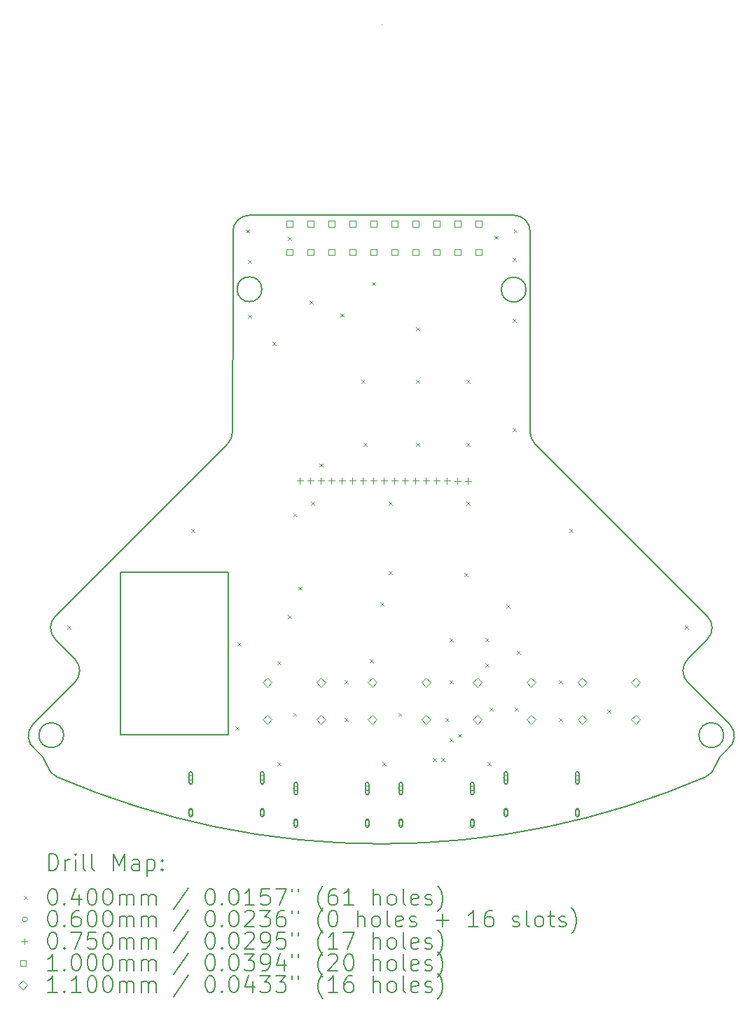
<source format=gbr>
%FSLAX45Y45*%
G04 Gerber Fmt 4.5, Leading zero omitted, Abs format (unit mm)*
G04 Created by KiCad (PCBNEW (6.0.5)) date 2023-02-26 14:45:46*
%MOMM*%
%LPD*%
G01*
G04 APERTURE LIST*
%TA.AperFunction,Profile*%
%ADD10C,0.200000*%
%TD*%
%TA.AperFunction,Profile*%
%ADD11C,0.100050*%
%TD*%
%ADD12C,0.200000*%
%ADD13C,0.040000*%
%ADD14C,0.060000*%
%ADD15C,0.075000*%
%ADD16C,0.100000*%
%ADD17C,0.110000*%
G04 APERTURE END LIST*
D10*
X11501680Y-13265660D02*
X10996756Y-13770585D01*
X11172749Y-14283015D02*
G75*
G03*
X11022304Y-14075020I-382189J-118035D01*
G01*
X19391536Y-14075020D02*
G75*
G03*
X19241093Y-14283015I231764J-326040D01*
G01*
X15215322Y-7617792D02*
X13612255Y-7617792D01*
X13356920Y-13217780D02*
X13356920Y-13897780D01*
X13412255Y-7817792D02*
X13412255Y-8512747D01*
X17006918Y-7817792D02*
G75*
G03*
X16806920Y-7617792I-199998J2D01*
G01*
X11172746Y-14283015D02*
G75*
G03*
X11284602Y-14407633I191094J59016D01*
G01*
X11265854Y-12464149D02*
G75*
G03*
X11265856Y-12746993I141426J-141421D01*
G01*
X19148117Y-12464018D02*
X17065499Y-10381400D01*
X13762255Y-8513307D02*
G75*
G03*
X13762255Y-8513307I-150000J0D01*
G01*
X16806920Y-7617792D02*
X15215322Y-7617792D01*
X19148117Y-12746861D02*
G75*
G03*
X19148117Y-12464018I-141427J141421D01*
G01*
X13348839Y-10381167D02*
X11265856Y-12464150D01*
X11366830Y-13904064D02*
G75*
G03*
X11366830Y-13904064I-150000J0D01*
G01*
D11*
X15211922Y-5317780D02*
G75*
G03*
X15211922Y-5317780I-5003J0D01*
G01*
D10*
X10996760Y-13770589D02*
G75*
G03*
X11022304Y-14075020I141420J-141421D01*
G01*
X18912161Y-12982819D02*
G75*
G03*
X18912160Y-13265660I141419J-141421D01*
G01*
X11265856Y-12746993D02*
X11501680Y-12982817D01*
X17006920Y-10239979D02*
X17006920Y-8517788D01*
X12056920Y-11937780D02*
X13356920Y-11937780D01*
X13356920Y-11937780D02*
X13356920Y-13217780D01*
X12056920Y-13897780D02*
X12056920Y-11937780D01*
X13612255Y-7617785D02*
G75*
G03*
X13412255Y-7817792I5J-200005D01*
G01*
X11501682Y-13265661D02*
G75*
G03*
X11501680Y-12982817I-141422J141421D01*
G01*
X13412255Y-8512747D02*
X13407417Y-10240306D01*
X11284602Y-14407633D02*
G75*
G03*
X19129238Y-14407633I3922318J9089854D01*
G01*
X19347010Y-13904064D02*
G75*
G03*
X19347010Y-13904064I-150000J0D01*
G01*
X19391540Y-14075025D02*
G75*
G03*
X19417085Y-13770585I-115880J163015D01*
G01*
X16956920Y-8517788D02*
G75*
G03*
X16956920Y-8517788I-150000J0D01*
G01*
X18912160Y-12982817D02*
X19148117Y-12746860D01*
X19417085Y-13770585D02*
X18912160Y-13265660D01*
X13348841Y-10381169D02*
G75*
G03*
X13407417Y-10240306I-141421J141419D01*
G01*
X17006924Y-10239979D02*
G75*
G03*
X17065499Y-10381400I200006J-2D01*
G01*
X13356920Y-13897780D02*
X12056920Y-13897780D01*
X17006920Y-8517788D02*
X17006920Y-7817792D01*
X19129238Y-14407633D02*
G75*
G03*
X19241093Y-14283015I-79238J183633D01*
G01*
D12*
D13*
X11410000Y-12578400D02*
X11450000Y-12618400D01*
X11450000Y-12578400D02*
X11410000Y-12618400D01*
X12908600Y-11410000D02*
X12948600Y-11450000D01*
X12948600Y-11410000D02*
X12908600Y-11450000D01*
X13442000Y-13797600D02*
X13482000Y-13837600D01*
X13482000Y-13797600D02*
X13442000Y-13837600D01*
X13467400Y-12781600D02*
X13507400Y-12821600D01*
X13507400Y-12781600D02*
X13467400Y-12821600D01*
X13569000Y-7790500D02*
X13609000Y-7830500D01*
X13609000Y-7790500D02*
X13569000Y-7830500D01*
X13594400Y-8158800D02*
X13634400Y-8198800D01*
X13634400Y-8158800D02*
X13594400Y-8198800D01*
X13594400Y-8819200D02*
X13634400Y-8859200D01*
X13634400Y-8819200D02*
X13594400Y-8859200D01*
X13891639Y-9147441D02*
X13931639Y-9187441D01*
X13931639Y-9147441D02*
X13891639Y-9187441D01*
X13950000Y-13010200D02*
X13990000Y-13050200D01*
X13990000Y-13010200D02*
X13950000Y-13050200D01*
X13950000Y-14229400D02*
X13990000Y-14269400D01*
X13990000Y-14229400D02*
X13950000Y-14269400D01*
X14077000Y-7879400D02*
X14117000Y-7919400D01*
X14117000Y-7879400D02*
X14077000Y-7919400D01*
X14077000Y-12451400D02*
X14117000Y-12491400D01*
X14117000Y-12451400D02*
X14077000Y-12491400D01*
X14140500Y-11219500D02*
X14180500Y-11259500D01*
X14180500Y-11219500D02*
X14140500Y-11259500D01*
X14140500Y-13632500D02*
X14180500Y-13672500D01*
X14180500Y-13632500D02*
X14140500Y-13672500D01*
X14204000Y-12108500D02*
X14244000Y-12148500D01*
X14244000Y-12108500D02*
X14204000Y-12148500D01*
X14339800Y-8650200D02*
X14379800Y-8690200D01*
X14379800Y-8650200D02*
X14339800Y-8690200D01*
X14356400Y-11079800D02*
X14396400Y-11119800D01*
X14396400Y-11079800D02*
X14356400Y-11119800D01*
X14458000Y-10618650D02*
X14498000Y-10658650D01*
X14498000Y-10618650D02*
X14458000Y-10658650D01*
X14712000Y-8806500D02*
X14752000Y-8846500D01*
X14752000Y-8806500D02*
X14712000Y-8846500D01*
X14762800Y-13238800D02*
X14802800Y-13278800D01*
X14802800Y-13238800D02*
X14762800Y-13278800D01*
X14762800Y-13696000D02*
X14802800Y-13736000D01*
X14802800Y-13696000D02*
X14762800Y-13736000D01*
X14966000Y-9606600D02*
X15006000Y-9646600D01*
X15006000Y-9606600D02*
X14966000Y-9646600D01*
X14991400Y-10368600D02*
X15031400Y-10408600D01*
X15031400Y-10368600D02*
X14991400Y-10408600D01*
X15067600Y-12984800D02*
X15107600Y-13024800D01*
X15107600Y-12984800D02*
X15067600Y-13024800D01*
X15093000Y-8425500D02*
X15133000Y-8465500D01*
X15133000Y-8425500D02*
X15093000Y-8465500D01*
X15194600Y-12299000D02*
X15234600Y-12339000D01*
X15234600Y-12299000D02*
X15194600Y-12339000D01*
X15220000Y-14229400D02*
X15260000Y-14269400D01*
X15260000Y-14229400D02*
X15220000Y-14269400D01*
X15296200Y-11079800D02*
X15336200Y-11119800D01*
X15336200Y-11079800D02*
X15296200Y-11119800D01*
X15296200Y-11918000D02*
X15336200Y-11958000D01*
X15336200Y-11918000D02*
X15296200Y-11958000D01*
X15410500Y-13632500D02*
X15450500Y-13672500D01*
X15450500Y-13632500D02*
X15410500Y-13672500D01*
X15626400Y-8971600D02*
X15666400Y-9011600D01*
X15666400Y-8971600D02*
X15626400Y-9011600D01*
X15626400Y-9606600D02*
X15666400Y-9646600D01*
X15666400Y-9606600D02*
X15626400Y-9646600D01*
X15626400Y-10368600D02*
X15666400Y-10408600D01*
X15666400Y-10368600D02*
X15626400Y-10408600D01*
X15829600Y-14178600D02*
X15869600Y-14218600D01*
X15869600Y-14178600D02*
X15829600Y-14218600D01*
X15931200Y-14178600D02*
X15971200Y-14218600D01*
X15971200Y-14178600D02*
X15931200Y-14218600D01*
X15982000Y-13696000D02*
X16022000Y-13736000D01*
X16022000Y-13696000D02*
X15982000Y-13736000D01*
X16032800Y-12730800D02*
X16072800Y-12770800D01*
X16072800Y-12730800D02*
X16032800Y-12770800D01*
X16032800Y-13238800D02*
X16072800Y-13278800D01*
X16072800Y-13238800D02*
X16032800Y-13278800D01*
X16032800Y-13941698D02*
X16072800Y-13981698D01*
X16072800Y-13941698D02*
X16032800Y-13981698D01*
X16134400Y-13887049D02*
X16174400Y-13927049D01*
X16174400Y-13887049D02*
X16134400Y-13927049D01*
X16210600Y-11943400D02*
X16250600Y-11983400D01*
X16250600Y-11943400D02*
X16210600Y-11983400D01*
X16236000Y-9606600D02*
X16276000Y-9646600D01*
X16276000Y-9606600D02*
X16236000Y-9646600D01*
X16236000Y-10368600D02*
X16276000Y-10408600D01*
X16276000Y-10368600D02*
X16236000Y-10408600D01*
X16236000Y-11079800D02*
X16276000Y-11119800D01*
X16276000Y-11079800D02*
X16236000Y-11119800D01*
X16464600Y-12730800D02*
X16504600Y-12770800D01*
X16504600Y-12730800D02*
X16464600Y-12770800D01*
X16464600Y-13035600D02*
X16504600Y-13075600D01*
X16504600Y-13035600D02*
X16464600Y-13075600D01*
X16490000Y-14229400D02*
X16530000Y-14269400D01*
X16530000Y-14229400D02*
X16490000Y-14269400D01*
X16515400Y-13569000D02*
X16555400Y-13609000D01*
X16555400Y-13569000D02*
X16515400Y-13609000D01*
X16577562Y-7868038D02*
X16617562Y-7908038D01*
X16617562Y-7868038D02*
X16577562Y-7908038D01*
X16718600Y-12324400D02*
X16758600Y-12364400D01*
X16758600Y-12324400D02*
X16718600Y-12364400D01*
X16794800Y-8133400D02*
X16834800Y-8173400D01*
X16834800Y-8133400D02*
X16794800Y-8173400D01*
X16794800Y-8870000D02*
X16834800Y-8910000D01*
X16834800Y-8870000D02*
X16794800Y-8910000D01*
X16794800Y-10190800D02*
X16834800Y-10230800D01*
X16834800Y-10190800D02*
X16794800Y-10230800D01*
X16807500Y-7790500D02*
X16847500Y-7830500D01*
X16847500Y-7790500D02*
X16807500Y-7830500D01*
X16820200Y-13569000D02*
X16860200Y-13609000D01*
X16860200Y-13569000D02*
X16820200Y-13609000D01*
X16845600Y-12883200D02*
X16885600Y-12923200D01*
X16885600Y-12883200D02*
X16845600Y-12923200D01*
X17353600Y-13238800D02*
X17393600Y-13278800D01*
X17393600Y-13238800D02*
X17353600Y-13278800D01*
X17353600Y-13696000D02*
X17393600Y-13736000D01*
X17393600Y-13696000D02*
X17353600Y-13736000D01*
X17480600Y-11410000D02*
X17520600Y-11450000D01*
X17520600Y-11410000D02*
X17480600Y-11450000D01*
X17937800Y-13594400D02*
X17977800Y-13634400D01*
X17977800Y-13594400D02*
X17937800Y-13634400D01*
X18877600Y-12578400D02*
X18917600Y-12618400D01*
X18917600Y-12578400D02*
X18877600Y-12618400D01*
D14*
X12933000Y-14421500D02*
G75*
G03*
X12933000Y-14421500I-30000J0D01*
G01*
D12*
X12883000Y-14366500D02*
X12883000Y-14476500D01*
X12923000Y-14366500D02*
X12923000Y-14476500D01*
X12883000Y-14476500D02*
G75*
G03*
X12923000Y-14476500I20000J0D01*
G01*
X12923000Y-14366500D02*
G75*
G03*
X12883000Y-14366500I-20000J0D01*
G01*
D14*
X12933000Y-14839500D02*
G75*
G03*
X12933000Y-14839500I-30000J0D01*
G01*
D12*
X12883000Y-14809500D02*
X12883000Y-14869500D01*
X12923000Y-14809500D02*
X12923000Y-14869500D01*
X12883000Y-14869500D02*
G75*
G03*
X12923000Y-14869500I20000J0D01*
G01*
X12923000Y-14809500D02*
G75*
G03*
X12883000Y-14809500I-20000J0D01*
G01*
D14*
X13797000Y-14421500D02*
G75*
G03*
X13797000Y-14421500I-30000J0D01*
G01*
D12*
X13747000Y-14366500D02*
X13747000Y-14476500D01*
X13787000Y-14366500D02*
X13787000Y-14476500D01*
X13747000Y-14476500D02*
G75*
G03*
X13787000Y-14476500I20000J0D01*
G01*
X13787000Y-14366500D02*
G75*
G03*
X13747000Y-14366500I-20000J0D01*
G01*
D14*
X13797000Y-14839500D02*
G75*
G03*
X13797000Y-14839500I-30000J0D01*
G01*
D12*
X13747000Y-14809500D02*
X13747000Y-14869500D01*
X13787000Y-14809500D02*
X13787000Y-14869500D01*
X13747000Y-14869500D02*
G75*
G03*
X13787000Y-14869500I20000J0D01*
G01*
X13787000Y-14809500D02*
G75*
G03*
X13747000Y-14809500I-20000J0D01*
G01*
D14*
X14203000Y-14548500D02*
G75*
G03*
X14203000Y-14548500I-30000J0D01*
G01*
D12*
X14153000Y-14493500D02*
X14153000Y-14603500D01*
X14193000Y-14493500D02*
X14193000Y-14603500D01*
X14153000Y-14603500D02*
G75*
G03*
X14193000Y-14603500I20000J0D01*
G01*
X14193000Y-14493500D02*
G75*
G03*
X14153000Y-14493500I-20000J0D01*
G01*
D14*
X14203000Y-14966500D02*
G75*
G03*
X14203000Y-14966500I-30000J0D01*
G01*
D12*
X14153000Y-14936500D02*
X14153000Y-14996500D01*
X14193000Y-14936500D02*
X14193000Y-14996500D01*
X14153000Y-14996500D02*
G75*
G03*
X14193000Y-14996500I20000J0D01*
G01*
X14193000Y-14936500D02*
G75*
G03*
X14153000Y-14936500I-20000J0D01*
G01*
D14*
X15067000Y-14548500D02*
G75*
G03*
X15067000Y-14548500I-30000J0D01*
G01*
D12*
X15017000Y-14493500D02*
X15017000Y-14603500D01*
X15057000Y-14493500D02*
X15057000Y-14603500D01*
X15017000Y-14603500D02*
G75*
G03*
X15057000Y-14603500I20000J0D01*
G01*
X15057000Y-14493500D02*
G75*
G03*
X15017000Y-14493500I-20000J0D01*
G01*
D14*
X15067000Y-14966500D02*
G75*
G03*
X15067000Y-14966500I-30000J0D01*
G01*
D12*
X15017000Y-14936500D02*
X15017000Y-14996500D01*
X15057000Y-14936500D02*
X15057000Y-14996500D01*
X15017000Y-14996500D02*
G75*
G03*
X15057000Y-14996500I20000J0D01*
G01*
X15057000Y-14936500D02*
G75*
G03*
X15017000Y-14936500I-20000J0D01*
G01*
D14*
X15473000Y-14548500D02*
G75*
G03*
X15473000Y-14548500I-30000J0D01*
G01*
D12*
X15423000Y-14493500D02*
X15423000Y-14603500D01*
X15463000Y-14493500D02*
X15463000Y-14603500D01*
X15423000Y-14603500D02*
G75*
G03*
X15463000Y-14603500I20000J0D01*
G01*
X15463000Y-14493500D02*
G75*
G03*
X15423000Y-14493500I-20000J0D01*
G01*
D14*
X15473000Y-14966500D02*
G75*
G03*
X15473000Y-14966500I-30000J0D01*
G01*
D12*
X15423000Y-14936500D02*
X15423000Y-14996500D01*
X15463000Y-14936500D02*
X15463000Y-14996500D01*
X15423000Y-14996500D02*
G75*
G03*
X15463000Y-14996500I20000J0D01*
G01*
X15463000Y-14936500D02*
G75*
G03*
X15423000Y-14936500I-20000J0D01*
G01*
D14*
X16337000Y-14548500D02*
G75*
G03*
X16337000Y-14548500I-30000J0D01*
G01*
D12*
X16287000Y-14493500D02*
X16287000Y-14603500D01*
X16327000Y-14493500D02*
X16327000Y-14603500D01*
X16287000Y-14603500D02*
G75*
G03*
X16327000Y-14603500I20000J0D01*
G01*
X16327000Y-14493500D02*
G75*
G03*
X16287000Y-14493500I-20000J0D01*
G01*
D14*
X16337000Y-14966500D02*
G75*
G03*
X16337000Y-14966500I-30000J0D01*
G01*
D12*
X16287000Y-14936500D02*
X16287000Y-14996500D01*
X16327000Y-14936500D02*
X16327000Y-14996500D01*
X16287000Y-14996500D02*
G75*
G03*
X16327000Y-14996500I20000J0D01*
G01*
X16327000Y-14936500D02*
G75*
G03*
X16287000Y-14936500I-20000J0D01*
G01*
D14*
X16743000Y-14421500D02*
G75*
G03*
X16743000Y-14421500I-30000J0D01*
G01*
D12*
X16693000Y-14366500D02*
X16693000Y-14476500D01*
X16733000Y-14366500D02*
X16733000Y-14476500D01*
X16693000Y-14476500D02*
G75*
G03*
X16733000Y-14476500I20000J0D01*
G01*
X16733000Y-14366500D02*
G75*
G03*
X16693000Y-14366500I-20000J0D01*
G01*
D14*
X16743000Y-14839500D02*
G75*
G03*
X16743000Y-14839500I-30000J0D01*
G01*
D12*
X16693000Y-14809500D02*
X16693000Y-14869500D01*
X16733000Y-14809500D02*
X16733000Y-14869500D01*
X16693000Y-14869500D02*
G75*
G03*
X16733000Y-14869500I20000J0D01*
G01*
X16733000Y-14809500D02*
G75*
G03*
X16693000Y-14809500I-20000J0D01*
G01*
D14*
X17607000Y-14421500D02*
G75*
G03*
X17607000Y-14421500I-30000J0D01*
G01*
D12*
X17557000Y-14366500D02*
X17557000Y-14476500D01*
X17597000Y-14366500D02*
X17597000Y-14476500D01*
X17557000Y-14476500D02*
G75*
G03*
X17597000Y-14476500I20000J0D01*
G01*
X17597000Y-14366500D02*
G75*
G03*
X17557000Y-14366500I-20000J0D01*
G01*
D14*
X17607000Y-14839500D02*
G75*
G03*
X17607000Y-14839500I-30000J0D01*
G01*
D12*
X17557000Y-14809500D02*
X17557000Y-14869500D01*
X17597000Y-14809500D02*
X17597000Y-14869500D01*
X17557000Y-14869500D02*
G75*
G03*
X17597000Y-14869500I20000J0D01*
G01*
X17597000Y-14809500D02*
G75*
G03*
X17557000Y-14809500I-20000J0D01*
G01*
D15*
X14224000Y-10791000D02*
X14224000Y-10866000D01*
X14186500Y-10828500D02*
X14261500Y-10828500D01*
X14351000Y-10791000D02*
X14351000Y-10866000D01*
X14313500Y-10828500D02*
X14388500Y-10828500D01*
X14478000Y-10791000D02*
X14478000Y-10866000D01*
X14440500Y-10828500D02*
X14515500Y-10828500D01*
X14605000Y-10791000D02*
X14605000Y-10866000D01*
X14567500Y-10828500D02*
X14642500Y-10828500D01*
X14732000Y-10791000D02*
X14732000Y-10866000D01*
X14694500Y-10828500D02*
X14769500Y-10828500D01*
X14859000Y-10791000D02*
X14859000Y-10866000D01*
X14821500Y-10828500D02*
X14896500Y-10828500D01*
X14986000Y-10791000D02*
X14986000Y-10866000D01*
X14948500Y-10828500D02*
X15023500Y-10828500D01*
X15113000Y-10791000D02*
X15113000Y-10866000D01*
X15075500Y-10828500D02*
X15150500Y-10828500D01*
X15240000Y-10791000D02*
X15240000Y-10866000D01*
X15202500Y-10828500D02*
X15277500Y-10828500D01*
X15367000Y-10791000D02*
X15367000Y-10866000D01*
X15329500Y-10828500D02*
X15404500Y-10828500D01*
X15494000Y-10791000D02*
X15494000Y-10866000D01*
X15456500Y-10828500D02*
X15531500Y-10828500D01*
X15621000Y-10791000D02*
X15621000Y-10866000D01*
X15583500Y-10828500D02*
X15658500Y-10828500D01*
X15748000Y-10791000D02*
X15748000Y-10866000D01*
X15710500Y-10828500D02*
X15785500Y-10828500D01*
X15875000Y-10791000D02*
X15875000Y-10866000D01*
X15837500Y-10828500D02*
X15912500Y-10828500D01*
X16002000Y-10791000D02*
X16002000Y-10866000D01*
X15964500Y-10828500D02*
X16039500Y-10828500D01*
X16129000Y-10792000D02*
X16129000Y-10867000D01*
X16091500Y-10829500D02*
X16166500Y-10829500D01*
X16256000Y-10792000D02*
X16256000Y-10867000D01*
X16218500Y-10829500D02*
X16293500Y-10829500D01*
D16*
X14133356Y-7756956D02*
X14133356Y-7686244D01*
X14062644Y-7686244D01*
X14062644Y-7756956D01*
X14133356Y-7756956D01*
X14133856Y-8102396D02*
X14133856Y-8031684D01*
X14063144Y-8031684D01*
X14063144Y-8102396D01*
X14133856Y-8102396D01*
X14387356Y-7756956D02*
X14387356Y-7686244D01*
X14316644Y-7686244D01*
X14316644Y-7756956D01*
X14387356Y-7756956D01*
X14387856Y-8102396D02*
X14387856Y-8031684D01*
X14317144Y-8031684D01*
X14317144Y-8102396D01*
X14387856Y-8102396D01*
X14641356Y-7756956D02*
X14641356Y-7686244D01*
X14570644Y-7686244D01*
X14570644Y-7756956D01*
X14641356Y-7756956D01*
X14641856Y-8102396D02*
X14641856Y-8031684D01*
X14571144Y-8031684D01*
X14571144Y-8102396D01*
X14641856Y-8102396D01*
X14895356Y-7756956D02*
X14895356Y-7686244D01*
X14824644Y-7686244D01*
X14824644Y-7756956D01*
X14895356Y-7756956D01*
X14895856Y-8102396D02*
X14895856Y-8031684D01*
X14825144Y-8031684D01*
X14825144Y-8102396D01*
X14895856Y-8102396D01*
X15149356Y-7756956D02*
X15149356Y-7686244D01*
X15078644Y-7686244D01*
X15078644Y-7756956D01*
X15149356Y-7756956D01*
X15149856Y-8102396D02*
X15149856Y-8031684D01*
X15079144Y-8031684D01*
X15079144Y-8102396D01*
X15149856Y-8102396D01*
X15403356Y-7756956D02*
X15403356Y-7686244D01*
X15332644Y-7686244D01*
X15332644Y-7756956D01*
X15403356Y-7756956D01*
X15403856Y-8102396D02*
X15403856Y-8031684D01*
X15333144Y-8031684D01*
X15333144Y-8102396D01*
X15403856Y-8102396D01*
X15657356Y-7756956D02*
X15657356Y-7686244D01*
X15586644Y-7686244D01*
X15586644Y-7756956D01*
X15657356Y-7756956D01*
X15657856Y-8102396D02*
X15657856Y-8031684D01*
X15587144Y-8031684D01*
X15587144Y-8102396D01*
X15657856Y-8102396D01*
X15911356Y-7756956D02*
X15911356Y-7686244D01*
X15840644Y-7686244D01*
X15840644Y-7756956D01*
X15911356Y-7756956D01*
X15911856Y-8102396D02*
X15911856Y-8031684D01*
X15841144Y-8031684D01*
X15841144Y-8102396D01*
X15911856Y-8102396D01*
X16165356Y-7756956D02*
X16165356Y-7686244D01*
X16094644Y-7686244D01*
X16094644Y-7756956D01*
X16165356Y-7756956D01*
X16165856Y-8102396D02*
X16165856Y-8031684D01*
X16095144Y-8031684D01*
X16095144Y-8102396D01*
X16165856Y-8102396D01*
X16419356Y-7756956D02*
X16419356Y-7686244D01*
X16348644Y-7686244D01*
X16348644Y-7756956D01*
X16419356Y-7756956D01*
X16419856Y-8102396D02*
X16419856Y-8031684D01*
X16349144Y-8031684D01*
X16349144Y-8102396D01*
X16419856Y-8102396D01*
D17*
X13828000Y-13321000D02*
X13883000Y-13266000D01*
X13828000Y-13211000D01*
X13773000Y-13266000D01*
X13828000Y-13321000D01*
X13828000Y-13771000D02*
X13883000Y-13716000D01*
X13828000Y-13661000D01*
X13773000Y-13716000D01*
X13828000Y-13771000D01*
X14478000Y-13321000D02*
X14533000Y-13266000D01*
X14478000Y-13211000D01*
X14423000Y-13266000D01*
X14478000Y-13321000D01*
X14478000Y-13771000D02*
X14533000Y-13716000D01*
X14478000Y-13661000D01*
X14423000Y-13716000D01*
X14478000Y-13771000D01*
X15098000Y-13321000D02*
X15153000Y-13266000D01*
X15098000Y-13211000D01*
X15043000Y-13266000D01*
X15098000Y-13321000D01*
X15098000Y-13771000D02*
X15153000Y-13716000D01*
X15098000Y-13661000D01*
X15043000Y-13716000D01*
X15098000Y-13771000D01*
X15748000Y-13321000D02*
X15803000Y-13266000D01*
X15748000Y-13211000D01*
X15693000Y-13266000D01*
X15748000Y-13321000D01*
X15748000Y-13771000D02*
X15803000Y-13716000D01*
X15748000Y-13661000D01*
X15693000Y-13716000D01*
X15748000Y-13771000D01*
X16368000Y-13321000D02*
X16423000Y-13266000D01*
X16368000Y-13211000D01*
X16313000Y-13266000D01*
X16368000Y-13321000D01*
X16368000Y-13771000D02*
X16423000Y-13716000D01*
X16368000Y-13661000D01*
X16313000Y-13716000D01*
X16368000Y-13771000D01*
X17018000Y-13321000D02*
X17073000Y-13266000D01*
X17018000Y-13211000D01*
X16963000Y-13266000D01*
X17018000Y-13321000D01*
X17018000Y-13771000D02*
X17073000Y-13716000D01*
X17018000Y-13661000D01*
X16963000Y-13716000D01*
X17018000Y-13771000D01*
X17632800Y-13321000D02*
X17687800Y-13266000D01*
X17632800Y-13211000D01*
X17577800Y-13266000D01*
X17632800Y-13321000D01*
X17632800Y-13771000D02*
X17687800Y-13716000D01*
X17632800Y-13661000D01*
X17577800Y-13716000D01*
X17632800Y-13771000D01*
X18282800Y-13321000D02*
X18337800Y-13266000D01*
X18282800Y-13211000D01*
X18227800Y-13266000D01*
X18282800Y-13321000D01*
X18282800Y-13771000D02*
X18337800Y-13716000D01*
X18282800Y-13661000D01*
X18227800Y-13716000D01*
X18282800Y-13771000D01*
D12*
X11185800Y-15538256D02*
X11185800Y-15338256D01*
X11233419Y-15338256D01*
X11261990Y-15347780D01*
X11281038Y-15366828D01*
X11290562Y-15385875D01*
X11300086Y-15423970D01*
X11300086Y-15452542D01*
X11290562Y-15490637D01*
X11281038Y-15509685D01*
X11261990Y-15528732D01*
X11233419Y-15538256D01*
X11185800Y-15538256D01*
X11385800Y-15538256D02*
X11385800Y-15404923D01*
X11385800Y-15443018D02*
X11395324Y-15423970D01*
X11404848Y-15414447D01*
X11423895Y-15404923D01*
X11442943Y-15404923D01*
X11509609Y-15538256D02*
X11509609Y-15404923D01*
X11509609Y-15338256D02*
X11500086Y-15347780D01*
X11509609Y-15357304D01*
X11519133Y-15347780D01*
X11509609Y-15338256D01*
X11509609Y-15357304D01*
X11633419Y-15538256D02*
X11614371Y-15528732D01*
X11604848Y-15509685D01*
X11604848Y-15338256D01*
X11738181Y-15538256D02*
X11719133Y-15528732D01*
X11709609Y-15509685D01*
X11709609Y-15338256D01*
X11966752Y-15538256D02*
X11966752Y-15338256D01*
X12033419Y-15481113D01*
X12100086Y-15338256D01*
X12100086Y-15538256D01*
X12281038Y-15538256D02*
X12281038Y-15433494D01*
X12271514Y-15414447D01*
X12252467Y-15404923D01*
X12214371Y-15404923D01*
X12195324Y-15414447D01*
X12281038Y-15528732D02*
X12261990Y-15538256D01*
X12214371Y-15538256D01*
X12195324Y-15528732D01*
X12185800Y-15509685D01*
X12185800Y-15490637D01*
X12195324Y-15471589D01*
X12214371Y-15462066D01*
X12261990Y-15462066D01*
X12281038Y-15452542D01*
X12376276Y-15404923D02*
X12376276Y-15604923D01*
X12376276Y-15414447D02*
X12395324Y-15404923D01*
X12433419Y-15404923D01*
X12452467Y-15414447D01*
X12461990Y-15423970D01*
X12471514Y-15443018D01*
X12471514Y-15500161D01*
X12461990Y-15519208D01*
X12452467Y-15528732D01*
X12433419Y-15538256D01*
X12395324Y-15538256D01*
X12376276Y-15528732D01*
X12557229Y-15519208D02*
X12566752Y-15528732D01*
X12557229Y-15538256D01*
X12547705Y-15528732D01*
X12557229Y-15519208D01*
X12557229Y-15538256D01*
X12557229Y-15414447D02*
X12566752Y-15423970D01*
X12557229Y-15433494D01*
X12547705Y-15423970D01*
X12557229Y-15414447D01*
X12557229Y-15433494D01*
D13*
X10888181Y-15847780D02*
X10928181Y-15887780D01*
X10928181Y-15847780D02*
X10888181Y-15887780D01*
D12*
X11223895Y-15758256D02*
X11242943Y-15758256D01*
X11261990Y-15767780D01*
X11271514Y-15777304D01*
X11281038Y-15796351D01*
X11290562Y-15834447D01*
X11290562Y-15882066D01*
X11281038Y-15920161D01*
X11271514Y-15939208D01*
X11261990Y-15948732D01*
X11242943Y-15958256D01*
X11223895Y-15958256D01*
X11204848Y-15948732D01*
X11195324Y-15939208D01*
X11185800Y-15920161D01*
X11176276Y-15882066D01*
X11176276Y-15834447D01*
X11185800Y-15796351D01*
X11195324Y-15777304D01*
X11204848Y-15767780D01*
X11223895Y-15758256D01*
X11376276Y-15939208D02*
X11385800Y-15948732D01*
X11376276Y-15958256D01*
X11366752Y-15948732D01*
X11376276Y-15939208D01*
X11376276Y-15958256D01*
X11557229Y-15824923D02*
X11557229Y-15958256D01*
X11509609Y-15748732D02*
X11461990Y-15891589D01*
X11585800Y-15891589D01*
X11700086Y-15758256D02*
X11719133Y-15758256D01*
X11738181Y-15767780D01*
X11747705Y-15777304D01*
X11757229Y-15796351D01*
X11766752Y-15834447D01*
X11766752Y-15882066D01*
X11757229Y-15920161D01*
X11747705Y-15939208D01*
X11738181Y-15948732D01*
X11719133Y-15958256D01*
X11700086Y-15958256D01*
X11681038Y-15948732D01*
X11671514Y-15939208D01*
X11661990Y-15920161D01*
X11652467Y-15882066D01*
X11652467Y-15834447D01*
X11661990Y-15796351D01*
X11671514Y-15777304D01*
X11681038Y-15767780D01*
X11700086Y-15758256D01*
X11890562Y-15758256D02*
X11909609Y-15758256D01*
X11928657Y-15767780D01*
X11938181Y-15777304D01*
X11947705Y-15796351D01*
X11957229Y-15834447D01*
X11957229Y-15882066D01*
X11947705Y-15920161D01*
X11938181Y-15939208D01*
X11928657Y-15948732D01*
X11909609Y-15958256D01*
X11890562Y-15958256D01*
X11871514Y-15948732D01*
X11861990Y-15939208D01*
X11852467Y-15920161D01*
X11842943Y-15882066D01*
X11842943Y-15834447D01*
X11852467Y-15796351D01*
X11861990Y-15777304D01*
X11871514Y-15767780D01*
X11890562Y-15758256D01*
X12042943Y-15958256D02*
X12042943Y-15824923D01*
X12042943Y-15843970D02*
X12052467Y-15834447D01*
X12071514Y-15824923D01*
X12100086Y-15824923D01*
X12119133Y-15834447D01*
X12128657Y-15853494D01*
X12128657Y-15958256D01*
X12128657Y-15853494D02*
X12138181Y-15834447D01*
X12157229Y-15824923D01*
X12185800Y-15824923D01*
X12204848Y-15834447D01*
X12214371Y-15853494D01*
X12214371Y-15958256D01*
X12309609Y-15958256D02*
X12309609Y-15824923D01*
X12309609Y-15843970D02*
X12319133Y-15834447D01*
X12338181Y-15824923D01*
X12366752Y-15824923D01*
X12385800Y-15834447D01*
X12395324Y-15853494D01*
X12395324Y-15958256D01*
X12395324Y-15853494D02*
X12404848Y-15834447D01*
X12423895Y-15824923D01*
X12452467Y-15824923D01*
X12471514Y-15834447D01*
X12481038Y-15853494D01*
X12481038Y-15958256D01*
X12871514Y-15748732D02*
X12700086Y-16005875D01*
X13128657Y-15758256D02*
X13147705Y-15758256D01*
X13166752Y-15767780D01*
X13176276Y-15777304D01*
X13185800Y-15796351D01*
X13195324Y-15834447D01*
X13195324Y-15882066D01*
X13185800Y-15920161D01*
X13176276Y-15939208D01*
X13166752Y-15948732D01*
X13147705Y-15958256D01*
X13128657Y-15958256D01*
X13109609Y-15948732D01*
X13100086Y-15939208D01*
X13090562Y-15920161D01*
X13081038Y-15882066D01*
X13081038Y-15834447D01*
X13090562Y-15796351D01*
X13100086Y-15777304D01*
X13109609Y-15767780D01*
X13128657Y-15758256D01*
X13281038Y-15939208D02*
X13290562Y-15948732D01*
X13281038Y-15958256D01*
X13271514Y-15948732D01*
X13281038Y-15939208D01*
X13281038Y-15958256D01*
X13414371Y-15758256D02*
X13433419Y-15758256D01*
X13452467Y-15767780D01*
X13461990Y-15777304D01*
X13471514Y-15796351D01*
X13481038Y-15834447D01*
X13481038Y-15882066D01*
X13471514Y-15920161D01*
X13461990Y-15939208D01*
X13452467Y-15948732D01*
X13433419Y-15958256D01*
X13414371Y-15958256D01*
X13395324Y-15948732D01*
X13385800Y-15939208D01*
X13376276Y-15920161D01*
X13366752Y-15882066D01*
X13366752Y-15834447D01*
X13376276Y-15796351D01*
X13385800Y-15777304D01*
X13395324Y-15767780D01*
X13414371Y-15758256D01*
X13671514Y-15958256D02*
X13557229Y-15958256D01*
X13614371Y-15958256D02*
X13614371Y-15758256D01*
X13595324Y-15786828D01*
X13576276Y-15805875D01*
X13557229Y-15815399D01*
X13852467Y-15758256D02*
X13757229Y-15758256D01*
X13747705Y-15853494D01*
X13757229Y-15843970D01*
X13776276Y-15834447D01*
X13823895Y-15834447D01*
X13842943Y-15843970D01*
X13852467Y-15853494D01*
X13861990Y-15872542D01*
X13861990Y-15920161D01*
X13852467Y-15939208D01*
X13842943Y-15948732D01*
X13823895Y-15958256D01*
X13776276Y-15958256D01*
X13757229Y-15948732D01*
X13747705Y-15939208D01*
X13928657Y-15758256D02*
X14061990Y-15758256D01*
X13976276Y-15958256D01*
X14128657Y-15758256D02*
X14128657Y-15796351D01*
X14204848Y-15758256D02*
X14204848Y-15796351D01*
X14500086Y-16034447D02*
X14490562Y-16024923D01*
X14471514Y-15996351D01*
X14461990Y-15977304D01*
X14452467Y-15948732D01*
X14442943Y-15901113D01*
X14442943Y-15863018D01*
X14452467Y-15815399D01*
X14461990Y-15786828D01*
X14471514Y-15767780D01*
X14490562Y-15739208D01*
X14500086Y-15729685D01*
X14661990Y-15758256D02*
X14623895Y-15758256D01*
X14604848Y-15767780D01*
X14595324Y-15777304D01*
X14576276Y-15805875D01*
X14566752Y-15843970D01*
X14566752Y-15920161D01*
X14576276Y-15939208D01*
X14585800Y-15948732D01*
X14604848Y-15958256D01*
X14642943Y-15958256D01*
X14661990Y-15948732D01*
X14671514Y-15939208D01*
X14681038Y-15920161D01*
X14681038Y-15872542D01*
X14671514Y-15853494D01*
X14661990Y-15843970D01*
X14642943Y-15834447D01*
X14604848Y-15834447D01*
X14585800Y-15843970D01*
X14576276Y-15853494D01*
X14566752Y-15872542D01*
X14871514Y-15958256D02*
X14757229Y-15958256D01*
X14814371Y-15958256D02*
X14814371Y-15758256D01*
X14795324Y-15786828D01*
X14776276Y-15805875D01*
X14757229Y-15815399D01*
X15109609Y-15958256D02*
X15109609Y-15758256D01*
X15195324Y-15958256D02*
X15195324Y-15853494D01*
X15185800Y-15834447D01*
X15166752Y-15824923D01*
X15138181Y-15824923D01*
X15119133Y-15834447D01*
X15109609Y-15843970D01*
X15319133Y-15958256D02*
X15300086Y-15948732D01*
X15290562Y-15939208D01*
X15281038Y-15920161D01*
X15281038Y-15863018D01*
X15290562Y-15843970D01*
X15300086Y-15834447D01*
X15319133Y-15824923D01*
X15347705Y-15824923D01*
X15366752Y-15834447D01*
X15376276Y-15843970D01*
X15385800Y-15863018D01*
X15385800Y-15920161D01*
X15376276Y-15939208D01*
X15366752Y-15948732D01*
X15347705Y-15958256D01*
X15319133Y-15958256D01*
X15500086Y-15958256D02*
X15481038Y-15948732D01*
X15471514Y-15929685D01*
X15471514Y-15758256D01*
X15652467Y-15948732D02*
X15633419Y-15958256D01*
X15595324Y-15958256D01*
X15576276Y-15948732D01*
X15566752Y-15929685D01*
X15566752Y-15853494D01*
X15576276Y-15834447D01*
X15595324Y-15824923D01*
X15633419Y-15824923D01*
X15652467Y-15834447D01*
X15661990Y-15853494D01*
X15661990Y-15872542D01*
X15566752Y-15891589D01*
X15738181Y-15948732D02*
X15757229Y-15958256D01*
X15795324Y-15958256D01*
X15814371Y-15948732D01*
X15823895Y-15929685D01*
X15823895Y-15920161D01*
X15814371Y-15901113D01*
X15795324Y-15891589D01*
X15766752Y-15891589D01*
X15747705Y-15882066D01*
X15738181Y-15863018D01*
X15738181Y-15853494D01*
X15747705Y-15834447D01*
X15766752Y-15824923D01*
X15795324Y-15824923D01*
X15814371Y-15834447D01*
X15890562Y-16034447D02*
X15900086Y-16024923D01*
X15919133Y-15996351D01*
X15928657Y-15977304D01*
X15938181Y-15948732D01*
X15947705Y-15901113D01*
X15947705Y-15863018D01*
X15938181Y-15815399D01*
X15928657Y-15786828D01*
X15919133Y-15767780D01*
X15900086Y-15739208D01*
X15890562Y-15729685D01*
D14*
X10928181Y-16131780D02*
G75*
G03*
X10928181Y-16131780I-30000J0D01*
G01*
D12*
X11223895Y-16022256D02*
X11242943Y-16022256D01*
X11261990Y-16031780D01*
X11271514Y-16041304D01*
X11281038Y-16060351D01*
X11290562Y-16098447D01*
X11290562Y-16146066D01*
X11281038Y-16184161D01*
X11271514Y-16203208D01*
X11261990Y-16212732D01*
X11242943Y-16222256D01*
X11223895Y-16222256D01*
X11204848Y-16212732D01*
X11195324Y-16203208D01*
X11185800Y-16184161D01*
X11176276Y-16146066D01*
X11176276Y-16098447D01*
X11185800Y-16060351D01*
X11195324Y-16041304D01*
X11204848Y-16031780D01*
X11223895Y-16022256D01*
X11376276Y-16203208D02*
X11385800Y-16212732D01*
X11376276Y-16222256D01*
X11366752Y-16212732D01*
X11376276Y-16203208D01*
X11376276Y-16222256D01*
X11557229Y-16022256D02*
X11519133Y-16022256D01*
X11500086Y-16031780D01*
X11490562Y-16041304D01*
X11471514Y-16069875D01*
X11461990Y-16107970D01*
X11461990Y-16184161D01*
X11471514Y-16203208D01*
X11481038Y-16212732D01*
X11500086Y-16222256D01*
X11538181Y-16222256D01*
X11557229Y-16212732D01*
X11566752Y-16203208D01*
X11576276Y-16184161D01*
X11576276Y-16136542D01*
X11566752Y-16117494D01*
X11557229Y-16107970D01*
X11538181Y-16098447D01*
X11500086Y-16098447D01*
X11481038Y-16107970D01*
X11471514Y-16117494D01*
X11461990Y-16136542D01*
X11700086Y-16022256D02*
X11719133Y-16022256D01*
X11738181Y-16031780D01*
X11747705Y-16041304D01*
X11757229Y-16060351D01*
X11766752Y-16098447D01*
X11766752Y-16146066D01*
X11757229Y-16184161D01*
X11747705Y-16203208D01*
X11738181Y-16212732D01*
X11719133Y-16222256D01*
X11700086Y-16222256D01*
X11681038Y-16212732D01*
X11671514Y-16203208D01*
X11661990Y-16184161D01*
X11652467Y-16146066D01*
X11652467Y-16098447D01*
X11661990Y-16060351D01*
X11671514Y-16041304D01*
X11681038Y-16031780D01*
X11700086Y-16022256D01*
X11890562Y-16022256D02*
X11909609Y-16022256D01*
X11928657Y-16031780D01*
X11938181Y-16041304D01*
X11947705Y-16060351D01*
X11957229Y-16098447D01*
X11957229Y-16146066D01*
X11947705Y-16184161D01*
X11938181Y-16203208D01*
X11928657Y-16212732D01*
X11909609Y-16222256D01*
X11890562Y-16222256D01*
X11871514Y-16212732D01*
X11861990Y-16203208D01*
X11852467Y-16184161D01*
X11842943Y-16146066D01*
X11842943Y-16098447D01*
X11852467Y-16060351D01*
X11861990Y-16041304D01*
X11871514Y-16031780D01*
X11890562Y-16022256D01*
X12042943Y-16222256D02*
X12042943Y-16088923D01*
X12042943Y-16107970D02*
X12052467Y-16098447D01*
X12071514Y-16088923D01*
X12100086Y-16088923D01*
X12119133Y-16098447D01*
X12128657Y-16117494D01*
X12128657Y-16222256D01*
X12128657Y-16117494D02*
X12138181Y-16098447D01*
X12157229Y-16088923D01*
X12185800Y-16088923D01*
X12204848Y-16098447D01*
X12214371Y-16117494D01*
X12214371Y-16222256D01*
X12309609Y-16222256D02*
X12309609Y-16088923D01*
X12309609Y-16107970D02*
X12319133Y-16098447D01*
X12338181Y-16088923D01*
X12366752Y-16088923D01*
X12385800Y-16098447D01*
X12395324Y-16117494D01*
X12395324Y-16222256D01*
X12395324Y-16117494D02*
X12404848Y-16098447D01*
X12423895Y-16088923D01*
X12452467Y-16088923D01*
X12471514Y-16098447D01*
X12481038Y-16117494D01*
X12481038Y-16222256D01*
X12871514Y-16012732D02*
X12700086Y-16269875D01*
X13128657Y-16022256D02*
X13147705Y-16022256D01*
X13166752Y-16031780D01*
X13176276Y-16041304D01*
X13185800Y-16060351D01*
X13195324Y-16098447D01*
X13195324Y-16146066D01*
X13185800Y-16184161D01*
X13176276Y-16203208D01*
X13166752Y-16212732D01*
X13147705Y-16222256D01*
X13128657Y-16222256D01*
X13109609Y-16212732D01*
X13100086Y-16203208D01*
X13090562Y-16184161D01*
X13081038Y-16146066D01*
X13081038Y-16098447D01*
X13090562Y-16060351D01*
X13100086Y-16041304D01*
X13109609Y-16031780D01*
X13128657Y-16022256D01*
X13281038Y-16203208D02*
X13290562Y-16212732D01*
X13281038Y-16222256D01*
X13271514Y-16212732D01*
X13281038Y-16203208D01*
X13281038Y-16222256D01*
X13414371Y-16022256D02*
X13433419Y-16022256D01*
X13452467Y-16031780D01*
X13461990Y-16041304D01*
X13471514Y-16060351D01*
X13481038Y-16098447D01*
X13481038Y-16146066D01*
X13471514Y-16184161D01*
X13461990Y-16203208D01*
X13452467Y-16212732D01*
X13433419Y-16222256D01*
X13414371Y-16222256D01*
X13395324Y-16212732D01*
X13385800Y-16203208D01*
X13376276Y-16184161D01*
X13366752Y-16146066D01*
X13366752Y-16098447D01*
X13376276Y-16060351D01*
X13385800Y-16041304D01*
X13395324Y-16031780D01*
X13414371Y-16022256D01*
X13557229Y-16041304D02*
X13566752Y-16031780D01*
X13585800Y-16022256D01*
X13633419Y-16022256D01*
X13652467Y-16031780D01*
X13661990Y-16041304D01*
X13671514Y-16060351D01*
X13671514Y-16079399D01*
X13661990Y-16107970D01*
X13547705Y-16222256D01*
X13671514Y-16222256D01*
X13738181Y-16022256D02*
X13861990Y-16022256D01*
X13795324Y-16098447D01*
X13823895Y-16098447D01*
X13842943Y-16107970D01*
X13852467Y-16117494D01*
X13861990Y-16136542D01*
X13861990Y-16184161D01*
X13852467Y-16203208D01*
X13842943Y-16212732D01*
X13823895Y-16222256D01*
X13766752Y-16222256D01*
X13747705Y-16212732D01*
X13738181Y-16203208D01*
X14033419Y-16022256D02*
X13995324Y-16022256D01*
X13976276Y-16031780D01*
X13966752Y-16041304D01*
X13947705Y-16069875D01*
X13938181Y-16107970D01*
X13938181Y-16184161D01*
X13947705Y-16203208D01*
X13957229Y-16212732D01*
X13976276Y-16222256D01*
X14014371Y-16222256D01*
X14033419Y-16212732D01*
X14042943Y-16203208D01*
X14052467Y-16184161D01*
X14052467Y-16136542D01*
X14042943Y-16117494D01*
X14033419Y-16107970D01*
X14014371Y-16098447D01*
X13976276Y-16098447D01*
X13957229Y-16107970D01*
X13947705Y-16117494D01*
X13938181Y-16136542D01*
X14128657Y-16022256D02*
X14128657Y-16060351D01*
X14204848Y-16022256D02*
X14204848Y-16060351D01*
X14500086Y-16298447D02*
X14490562Y-16288923D01*
X14471514Y-16260351D01*
X14461990Y-16241304D01*
X14452467Y-16212732D01*
X14442943Y-16165113D01*
X14442943Y-16127018D01*
X14452467Y-16079399D01*
X14461990Y-16050828D01*
X14471514Y-16031780D01*
X14490562Y-16003208D01*
X14500086Y-15993685D01*
X14614371Y-16022256D02*
X14633419Y-16022256D01*
X14652467Y-16031780D01*
X14661990Y-16041304D01*
X14671514Y-16060351D01*
X14681038Y-16098447D01*
X14681038Y-16146066D01*
X14671514Y-16184161D01*
X14661990Y-16203208D01*
X14652467Y-16212732D01*
X14633419Y-16222256D01*
X14614371Y-16222256D01*
X14595324Y-16212732D01*
X14585800Y-16203208D01*
X14576276Y-16184161D01*
X14566752Y-16146066D01*
X14566752Y-16098447D01*
X14576276Y-16060351D01*
X14585800Y-16041304D01*
X14595324Y-16031780D01*
X14614371Y-16022256D01*
X14919133Y-16222256D02*
X14919133Y-16022256D01*
X15004848Y-16222256D02*
X15004848Y-16117494D01*
X14995324Y-16098447D01*
X14976276Y-16088923D01*
X14947705Y-16088923D01*
X14928657Y-16098447D01*
X14919133Y-16107970D01*
X15128657Y-16222256D02*
X15109609Y-16212732D01*
X15100086Y-16203208D01*
X15090562Y-16184161D01*
X15090562Y-16127018D01*
X15100086Y-16107970D01*
X15109609Y-16098447D01*
X15128657Y-16088923D01*
X15157229Y-16088923D01*
X15176276Y-16098447D01*
X15185800Y-16107970D01*
X15195324Y-16127018D01*
X15195324Y-16184161D01*
X15185800Y-16203208D01*
X15176276Y-16212732D01*
X15157229Y-16222256D01*
X15128657Y-16222256D01*
X15309609Y-16222256D02*
X15290562Y-16212732D01*
X15281038Y-16193685D01*
X15281038Y-16022256D01*
X15461990Y-16212732D02*
X15442943Y-16222256D01*
X15404848Y-16222256D01*
X15385800Y-16212732D01*
X15376276Y-16193685D01*
X15376276Y-16117494D01*
X15385800Y-16098447D01*
X15404848Y-16088923D01*
X15442943Y-16088923D01*
X15461990Y-16098447D01*
X15471514Y-16117494D01*
X15471514Y-16136542D01*
X15376276Y-16155589D01*
X15547705Y-16212732D02*
X15566752Y-16222256D01*
X15604848Y-16222256D01*
X15623895Y-16212732D01*
X15633419Y-16193685D01*
X15633419Y-16184161D01*
X15623895Y-16165113D01*
X15604848Y-16155589D01*
X15576276Y-16155589D01*
X15557229Y-16146066D01*
X15547705Y-16127018D01*
X15547705Y-16117494D01*
X15557229Y-16098447D01*
X15576276Y-16088923D01*
X15604848Y-16088923D01*
X15623895Y-16098447D01*
X15871514Y-16146066D02*
X16023895Y-16146066D01*
X15947705Y-16222256D02*
X15947705Y-16069875D01*
X16376276Y-16222256D02*
X16261990Y-16222256D01*
X16319133Y-16222256D02*
X16319133Y-16022256D01*
X16300086Y-16050828D01*
X16281038Y-16069875D01*
X16261990Y-16079399D01*
X16547705Y-16022256D02*
X16509609Y-16022256D01*
X16490562Y-16031780D01*
X16481038Y-16041304D01*
X16461990Y-16069875D01*
X16452467Y-16107970D01*
X16452467Y-16184161D01*
X16461990Y-16203208D01*
X16471514Y-16212732D01*
X16490562Y-16222256D01*
X16528657Y-16222256D01*
X16547705Y-16212732D01*
X16557229Y-16203208D01*
X16566752Y-16184161D01*
X16566752Y-16136542D01*
X16557229Y-16117494D01*
X16547705Y-16107970D01*
X16528657Y-16098447D01*
X16490562Y-16098447D01*
X16471514Y-16107970D01*
X16461990Y-16117494D01*
X16452467Y-16136542D01*
X16795324Y-16212732D02*
X16814371Y-16222256D01*
X16852467Y-16222256D01*
X16871514Y-16212732D01*
X16881038Y-16193685D01*
X16881038Y-16184161D01*
X16871514Y-16165113D01*
X16852467Y-16155589D01*
X16823895Y-16155589D01*
X16804848Y-16146066D01*
X16795324Y-16127018D01*
X16795324Y-16117494D01*
X16804848Y-16098447D01*
X16823895Y-16088923D01*
X16852467Y-16088923D01*
X16871514Y-16098447D01*
X16995324Y-16222256D02*
X16976276Y-16212732D01*
X16966752Y-16193685D01*
X16966752Y-16022256D01*
X17100086Y-16222256D02*
X17081038Y-16212732D01*
X17071514Y-16203208D01*
X17061991Y-16184161D01*
X17061991Y-16127018D01*
X17071514Y-16107970D01*
X17081038Y-16098447D01*
X17100086Y-16088923D01*
X17128657Y-16088923D01*
X17147705Y-16098447D01*
X17157229Y-16107970D01*
X17166752Y-16127018D01*
X17166752Y-16184161D01*
X17157229Y-16203208D01*
X17147705Y-16212732D01*
X17128657Y-16222256D01*
X17100086Y-16222256D01*
X17223895Y-16088923D02*
X17300086Y-16088923D01*
X17252467Y-16022256D02*
X17252467Y-16193685D01*
X17261991Y-16212732D01*
X17281038Y-16222256D01*
X17300086Y-16222256D01*
X17357229Y-16212732D02*
X17376276Y-16222256D01*
X17414371Y-16222256D01*
X17433419Y-16212732D01*
X17442943Y-16193685D01*
X17442943Y-16184161D01*
X17433419Y-16165113D01*
X17414371Y-16155589D01*
X17385800Y-16155589D01*
X17366752Y-16146066D01*
X17357229Y-16127018D01*
X17357229Y-16117494D01*
X17366752Y-16098447D01*
X17385800Y-16088923D01*
X17414371Y-16088923D01*
X17433419Y-16098447D01*
X17509610Y-16298447D02*
X17519133Y-16288923D01*
X17538181Y-16260351D01*
X17547705Y-16241304D01*
X17557229Y-16212732D01*
X17566752Y-16165113D01*
X17566752Y-16127018D01*
X17557229Y-16079399D01*
X17547705Y-16050828D01*
X17538181Y-16031780D01*
X17519133Y-16003208D01*
X17509610Y-15993685D01*
D15*
X10890681Y-16358280D02*
X10890681Y-16433280D01*
X10853181Y-16395780D02*
X10928181Y-16395780D01*
D12*
X11223895Y-16286256D02*
X11242943Y-16286256D01*
X11261990Y-16295780D01*
X11271514Y-16305304D01*
X11281038Y-16324351D01*
X11290562Y-16362447D01*
X11290562Y-16410066D01*
X11281038Y-16448161D01*
X11271514Y-16467208D01*
X11261990Y-16476732D01*
X11242943Y-16486256D01*
X11223895Y-16486256D01*
X11204848Y-16476732D01*
X11195324Y-16467208D01*
X11185800Y-16448161D01*
X11176276Y-16410066D01*
X11176276Y-16362447D01*
X11185800Y-16324351D01*
X11195324Y-16305304D01*
X11204848Y-16295780D01*
X11223895Y-16286256D01*
X11376276Y-16467208D02*
X11385800Y-16476732D01*
X11376276Y-16486256D01*
X11366752Y-16476732D01*
X11376276Y-16467208D01*
X11376276Y-16486256D01*
X11452467Y-16286256D02*
X11585800Y-16286256D01*
X11500086Y-16486256D01*
X11757229Y-16286256D02*
X11661990Y-16286256D01*
X11652467Y-16381494D01*
X11661990Y-16371970D01*
X11681038Y-16362447D01*
X11728657Y-16362447D01*
X11747705Y-16371970D01*
X11757229Y-16381494D01*
X11766752Y-16400542D01*
X11766752Y-16448161D01*
X11757229Y-16467208D01*
X11747705Y-16476732D01*
X11728657Y-16486256D01*
X11681038Y-16486256D01*
X11661990Y-16476732D01*
X11652467Y-16467208D01*
X11890562Y-16286256D02*
X11909609Y-16286256D01*
X11928657Y-16295780D01*
X11938181Y-16305304D01*
X11947705Y-16324351D01*
X11957229Y-16362447D01*
X11957229Y-16410066D01*
X11947705Y-16448161D01*
X11938181Y-16467208D01*
X11928657Y-16476732D01*
X11909609Y-16486256D01*
X11890562Y-16486256D01*
X11871514Y-16476732D01*
X11861990Y-16467208D01*
X11852467Y-16448161D01*
X11842943Y-16410066D01*
X11842943Y-16362447D01*
X11852467Y-16324351D01*
X11861990Y-16305304D01*
X11871514Y-16295780D01*
X11890562Y-16286256D01*
X12042943Y-16486256D02*
X12042943Y-16352923D01*
X12042943Y-16371970D02*
X12052467Y-16362447D01*
X12071514Y-16352923D01*
X12100086Y-16352923D01*
X12119133Y-16362447D01*
X12128657Y-16381494D01*
X12128657Y-16486256D01*
X12128657Y-16381494D02*
X12138181Y-16362447D01*
X12157229Y-16352923D01*
X12185800Y-16352923D01*
X12204848Y-16362447D01*
X12214371Y-16381494D01*
X12214371Y-16486256D01*
X12309609Y-16486256D02*
X12309609Y-16352923D01*
X12309609Y-16371970D02*
X12319133Y-16362447D01*
X12338181Y-16352923D01*
X12366752Y-16352923D01*
X12385800Y-16362447D01*
X12395324Y-16381494D01*
X12395324Y-16486256D01*
X12395324Y-16381494D02*
X12404848Y-16362447D01*
X12423895Y-16352923D01*
X12452467Y-16352923D01*
X12471514Y-16362447D01*
X12481038Y-16381494D01*
X12481038Y-16486256D01*
X12871514Y-16276732D02*
X12700086Y-16533875D01*
X13128657Y-16286256D02*
X13147705Y-16286256D01*
X13166752Y-16295780D01*
X13176276Y-16305304D01*
X13185800Y-16324351D01*
X13195324Y-16362447D01*
X13195324Y-16410066D01*
X13185800Y-16448161D01*
X13176276Y-16467208D01*
X13166752Y-16476732D01*
X13147705Y-16486256D01*
X13128657Y-16486256D01*
X13109609Y-16476732D01*
X13100086Y-16467208D01*
X13090562Y-16448161D01*
X13081038Y-16410066D01*
X13081038Y-16362447D01*
X13090562Y-16324351D01*
X13100086Y-16305304D01*
X13109609Y-16295780D01*
X13128657Y-16286256D01*
X13281038Y-16467208D02*
X13290562Y-16476732D01*
X13281038Y-16486256D01*
X13271514Y-16476732D01*
X13281038Y-16467208D01*
X13281038Y-16486256D01*
X13414371Y-16286256D02*
X13433419Y-16286256D01*
X13452467Y-16295780D01*
X13461990Y-16305304D01*
X13471514Y-16324351D01*
X13481038Y-16362447D01*
X13481038Y-16410066D01*
X13471514Y-16448161D01*
X13461990Y-16467208D01*
X13452467Y-16476732D01*
X13433419Y-16486256D01*
X13414371Y-16486256D01*
X13395324Y-16476732D01*
X13385800Y-16467208D01*
X13376276Y-16448161D01*
X13366752Y-16410066D01*
X13366752Y-16362447D01*
X13376276Y-16324351D01*
X13385800Y-16305304D01*
X13395324Y-16295780D01*
X13414371Y-16286256D01*
X13557229Y-16305304D02*
X13566752Y-16295780D01*
X13585800Y-16286256D01*
X13633419Y-16286256D01*
X13652467Y-16295780D01*
X13661990Y-16305304D01*
X13671514Y-16324351D01*
X13671514Y-16343399D01*
X13661990Y-16371970D01*
X13547705Y-16486256D01*
X13671514Y-16486256D01*
X13766752Y-16486256D02*
X13804848Y-16486256D01*
X13823895Y-16476732D01*
X13833419Y-16467208D01*
X13852467Y-16438637D01*
X13861990Y-16400542D01*
X13861990Y-16324351D01*
X13852467Y-16305304D01*
X13842943Y-16295780D01*
X13823895Y-16286256D01*
X13785800Y-16286256D01*
X13766752Y-16295780D01*
X13757229Y-16305304D01*
X13747705Y-16324351D01*
X13747705Y-16371970D01*
X13757229Y-16391018D01*
X13766752Y-16400542D01*
X13785800Y-16410066D01*
X13823895Y-16410066D01*
X13842943Y-16400542D01*
X13852467Y-16391018D01*
X13861990Y-16371970D01*
X14042943Y-16286256D02*
X13947705Y-16286256D01*
X13938181Y-16381494D01*
X13947705Y-16371970D01*
X13966752Y-16362447D01*
X14014371Y-16362447D01*
X14033419Y-16371970D01*
X14042943Y-16381494D01*
X14052467Y-16400542D01*
X14052467Y-16448161D01*
X14042943Y-16467208D01*
X14033419Y-16476732D01*
X14014371Y-16486256D01*
X13966752Y-16486256D01*
X13947705Y-16476732D01*
X13938181Y-16467208D01*
X14128657Y-16286256D02*
X14128657Y-16324351D01*
X14204848Y-16286256D02*
X14204848Y-16324351D01*
X14500086Y-16562447D02*
X14490562Y-16552923D01*
X14471514Y-16524351D01*
X14461990Y-16505304D01*
X14452467Y-16476732D01*
X14442943Y-16429113D01*
X14442943Y-16391018D01*
X14452467Y-16343399D01*
X14461990Y-16314828D01*
X14471514Y-16295780D01*
X14490562Y-16267208D01*
X14500086Y-16257685D01*
X14681038Y-16486256D02*
X14566752Y-16486256D01*
X14623895Y-16486256D02*
X14623895Y-16286256D01*
X14604848Y-16314828D01*
X14585800Y-16333875D01*
X14566752Y-16343399D01*
X14747705Y-16286256D02*
X14881038Y-16286256D01*
X14795324Y-16486256D01*
X15109609Y-16486256D02*
X15109609Y-16286256D01*
X15195324Y-16486256D02*
X15195324Y-16381494D01*
X15185800Y-16362447D01*
X15166752Y-16352923D01*
X15138181Y-16352923D01*
X15119133Y-16362447D01*
X15109609Y-16371970D01*
X15319133Y-16486256D02*
X15300086Y-16476732D01*
X15290562Y-16467208D01*
X15281038Y-16448161D01*
X15281038Y-16391018D01*
X15290562Y-16371970D01*
X15300086Y-16362447D01*
X15319133Y-16352923D01*
X15347705Y-16352923D01*
X15366752Y-16362447D01*
X15376276Y-16371970D01*
X15385800Y-16391018D01*
X15385800Y-16448161D01*
X15376276Y-16467208D01*
X15366752Y-16476732D01*
X15347705Y-16486256D01*
X15319133Y-16486256D01*
X15500086Y-16486256D02*
X15481038Y-16476732D01*
X15471514Y-16457685D01*
X15471514Y-16286256D01*
X15652467Y-16476732D02*
X15633419Y-16486256D01*
X15595324Y-16486256D01*
X15576276Y-16476732D01*
X15566752Y-16457685D01*
X15566752Y-16381494D01*
X15576276Y-16362447D01*
X15595324Y-16352923D01*
X15633419Y-16352923D01*
X15652467Y-16362447D01*
X15661990Y-16381494D01*
X15661990Y-16400542D01*
X15566752Y-16419589D01*
X15738181Y-16476732D02*
X15757229Y-16486256D01*
X15795324Y-16486256D01*
X15814371Y-16476732D01*
X15823895Y-16457685D01*
X15823895Y-16448161D01*
X15814371Y-16429113D01*
X15795324Y-16419589D01*
X15766752Y-16419589D01*
X15747705Y-16410066D01*
X15738181Y-16391018D01*
X15738181Y-16381494D01*
X15747705Y-16362447D01*
X15766752Y-16352923D01*
X15795324Y-16352923D01*
X15814371Y-16362447D01*
X15890562Y-16562447D02*
X15900086Y-16552923D01*
X15919133Y-16524351D01*
X15928657Y-16505304D01*
X15938181Y-16476732D01*
X15947705Y-16429113D01*
X15947705Y-16391018D01*
X15938181Y-16343399D01*
X15928657Y-16314828D01*
X15919133Y-16295780D01*
X15900086Y-16267208D01*
X15890562Y-16257685D01*
D16*
X10913537Y-16695136D02*
X10913537Y-16624424D01*
X10842825Y-16624424D01*
X10842825Y-16695136D01*
X10913537Y-16695136D01*
D12*
X11290562Y-16750256D02*
X11176276Y-16750256D01*
X11233419Y-16750256D02*
X11233419Y-16550256D01*
X11214371Y-16578828D01*
X11195324Y-16597875D01*
X11176276Y-16607399D01*
X11376276Y-16731208D02*
X11385800Y-16740732D01*
X11376276Y-16750256D01*
X11366752Y-16740732D01*
X11376276Y-16731208D01*
X11376276Y-16750256D01*
X11509609Y-16550256D02*
X11528657Y-16550256D01*
X11547705Y-16559780D01*
X11557229Y-16569304D01*
X11566752Y-16588351D01*
X11576276Y-16626447D01*
X11576276Y-16674066D01*
X11566752Y-16712161D01*
X11557229Y-16731208D01*
X11547705Y-16740732D01*
X11528657Y-16750256D01*
X11509609Y-16750256D01*
X11490562Y-16740732D01*
X11481038Y-16731208D01*
X11471514Y-16712161D01*
X11461990Y-16674066D01*
X11461990Y-16626447D01*
X11471514Y-16588351D01*
X11481038Y-16569304D01*
X11490562Y-16559780D01*
X11509609Y-16550256D01*
X11700086Y-16550256D02*
X11719133Y-16550256D01*
X11738181Y-16559780D01*
X11747705Y-16569304D01*
X11757229Y-16588351D01*
X11766752Y-16626447D01*
X11766752Y-16674066D01*
X11757229Y-16712161D01*
X11747705Y-16731208D01*
X11738181Y-16740732D01*
X11719133Y-16750256D01*
X11700086Y-16750256D01*
X11681038Y-16740732D01*
X11671514Y-16731208D01*
X11661990Y-16712161D01*
X11652467Y-16674066D01*
X11652467Y-16626447D01*
X11661990Y-16588351D01*
X11671514Y-16569304D01*
X11681038Y-16559780D01*
X11700086Y-16550256D01*
X11890562Y-16550256D02*
X11909609Y-16550256D01*
X11928657Y-16559780D01*
X11938181Y-16569304D01*
X11947705Y-16588351D01*
X11957229Y-16626447D01*
X11957229Y-16674066D01*
X11947705Y-16712161D01*
X11938181Y-16731208D01*
X11928657Y-16740732D01*
X11909609Y-16750256D01*
X11890562Y-16750256D01*
X11871514Y-16740732D01*
X11861990Y-16731208D01*
X11852467Y-16712161D01*
X11842943Y-16674066D01*
X11842943Y-16626447D01*
X11852467Y-16588351D01*
X11861990Y-16569304D01*
X11871514Y-16559780D01*
X11890562Y-16550256D01*
X12042943Y-16750256D02*
X12042943Y-16616923D01*
X12042943Y-16635970D02*
X12052467Y-16626447D01*
X12071514Y-16616923D01*
X12100086Y-16616923D01*
X12119133Y-16626447D01*
X12128657Y-16645494D01*
X12128657Y-16750256D01*
X12128657Y-16645494D02*
X12138181Y-16626447D01*
X12157229Y-16616923D01*
X12185800Y-16616923D01*
X12204848Y-16626447D01*
X12214371Y-16645494D01*
X12214371Y-16750256D01*
X12309609Y-16750256D02*
X12309609Y-16616923D01*
X12309609Y-16635970D02*
X12319133Y-16626447D01*
X12338181Y-16616923D01*
X12366752Y-16616923D01*
X12385800Y-16626447D01*
X12395324Y-16645494D01*
X12395324Y-16750256D01*
X12395324Y-16645494D02*
X12404848Y-16626447D01*
X12423895Y-16616923D01*
X12452467Y-16616923D01*
X12471514Y-16626447D01*
X12481038Y-16645494D01*
X12481038Y-16750256D01*
X12871514Y-16540732D02*
X12700086Y-16797875D01*
X13128657Y-16550256D02*
X13147705Y-16550256D01*
X13166752Y-16559780D01*
X13176276Y-16569304D01*
X13185800Y-16588351D01*
X13195324Y-16626447D01*
X13195324Y-16674066D01*
X13185800Y-16712161D01*
X13176276Y-16731208D01*
X13166752Y-16740732D01*
X13147705Y-16750256D01*
X13128657Y-16750256D01*
X13109609Y-16740732D01*
X13100086Y-16731208D01*
X13090562Y-16712161D01*
X13081038Y-16674066D01*
X13081038Y-16626447D01*
X13090562Y-16588351D01*
X13100086Y-16569304D01*
X13109609Y-16559780D01*
X13128657Y-16550256D01*
X13281038Y-16731208D02*
X13290562Y-16740732D01*
X13281038Y-16750256D01*
X13271514Y-16740732D01*
X13281038Y-16731208D01*
X13281038Y-16750256D01*
X13414371Y-16550256D02*
X13433419Y-16550256D01*
X13452467Y-16559780D01*
X13461990Y-16569304D01*
X13471514Y-16588351D01*
X13481038Y-16626447D01*
X13481038Y-16674066D01*
X13471514Y-16712161D01*
X13461990Y-16731208D01*
X13452467Y-16740732D01*
X13433419Y-16750256D01*
X13414371Y-16750256D01*
X13395324Y-16740732D01*
X13385800Y-16731208D01*
X13376276Y-16712161D01*
X13366752Y-16674066D01*
X13366752Y-16626447D01*
X13376276Y-16588351D01*
X13385800Y-16569304D01*
X13395324Y-16559780D01*
X13414371Y-16550256D01*
X13547705Y-16550256D02*
X13671514Y-16550256D01*
X13604848Y-16626447D01*
X13633419Y-16626447D01*
X13652467Y-16635970D01*
X13661990Y-16645494D01*
X13671514Y-16664542D01*
X13671514Y-16712161D01*
X13661990Y-16731208D01*
X13652467Y-16740732D01*
X13633419Y-16750256D01*
X13576276Y-16750256D01*
X13557229Y-16740732D01*
X13547705Y-16731208D01*
X13766752Y-16750256D02*
X13804848Y-16750256D01*
X13823895Y-16740732D01*
X13833419Y-16731208D01*
X13852467Y-16702637D01*
X13861990Y-16664542D01*
X13861990Y-16588351D01*
X13852467Y-16569304D01*
X13842943Y-16559780D01*
X13823895Y-16550256D01*
X13785800Y-16550256D01*
X13766752Y-16559780D01*
X13757229Y-16569304D01*
X13747705Y-16588351D01*
X13747705Y-16635970D01*
X13757229Y-16655018D01*
X13766752Y-16664542D01*
X13785800Y-16674066D01*
X13823895Y-16674066D01*
X13842943Y-16664542D01*
X13852467Y-16655018D01*
X13861990Y-16635970D01*
X14033419Y-16616923D02*
X14033419Y-16750256D01*
X13985800Y-16540732D02*
X13938181Y-16683589D01*
X14061990Y-16683589D01*
X14128657Y-16550256D02*
X14128657Y-16588351D01*
X14204848Y-16550256D02*
X14204848Y-16588351D01*
X14500086Y-16826447D02*
X14490562Y-16816923D01*
X14471514Y-16788351D01*
X14461990Y-16769304D01*
X14452467Y-16740732D01*
X14442943Y-16693113D01*
X14442943Y-16655018D01*
X14452467Y-16607399D01*
X14461990Y-16578828D01*
X14471514Y-16559780D01*
X14490562Y-16531208D01*
X14500086Y-16521685D01*
X14566752Y-16569304D02*
X14576276Y-16559780D01*
X14595324Y-16550256D01*
X14642943Y-16550256D01*
X14661990Y-16559780D01*
X14671514Y-16569304D01*
X14681038Y-16588351D01*
X14681038Y-16607399D01*
X14671514Y-16635970D01*
X14557229Y-16750256D01*
X14681038Y-16750256D01*
X14804848Y-16550256D02*
X14823895Y-16550256D01*
X14842943Y-16559780D01*
X14852467Y-16569304D01*
X14861990Y-16588351D01*
X14871514Y-16626447D01*
X14871514Y-16674066D01*
X14861990Y-16712161D01*
X14852467Y-16731208D01*
X14842943Y-16740732D01*
X14823895Y-16750256D01*
X14804848Y-16750256D01*
X14785800Y-16740732D01*
X14776276Y-16731208D01*
X14766752Y-16712161D01*
X14757229Y-16674066D01*
X14757229Y-16626447D01*
X14766752Y-16588351D01*
X14776276Y-16569304D01*
X14785800Y-16559780D01*
X14804848Y-16550256D01*
X15109609Y-16750256D02*
X15109609Y-16550256D01*
X15195324Y-16750256D02*
X15195324Y-16645494D01*
X15185800Y-16626447D01*
X15166752Y-16616923D01*
X15138181Y-16616923D01*
X15119133Y-16626447D01*
X15109609Y-16635970D01*
X15319133Y-16750256D02*
X15300086Y-16740732D01*
X15290562Y-16731208D01*
X15281038Y-16712161D01*
X15281038Y-16655018D01*
X15290562Y-16635970D01*
X15300086Y-16626447D01*
X15319133Y-16616923D01*
X15347705Y-16616923D01*
X15366752Y-16626447D01*
X15376276Y-16635970D01*
X15385800Y-16655018D01*
X15385800Y-16712161D01*
X15376276Y-16731208D01*
X15366752Y-16740732D01*
X15347705Y-16750256D01*
X15319133Y-16750256D01*
X15500086Y-16750256D02*
X15481038Y-16740732D01*
X15471514Y-16721685D01*
X15471514Y-16550256D01*
X15652467Y-16740732D02*
X15633419Y-16750256D01*
X15595324Y-16750256D01*
X15576276Y-16740732D01*
X15566752Y-16721685D01*
X15566752Y-16645494D01*
X15576276Y-16626447D01*
X15595324Y-16616923D01*
X15633419Y-16616923D01*
X15652467Y-16626447D01*
X15661990Y-16645494D01*
X15661990Y-16664542D01*
X15566752Y-16683589D01*
X15738181Y-16740732D02*
X15757229Y-16750256D01*
X15795324Y-16750256D01*
X15814371Y-16740732D01*
X15823895Y-16721685D01*
X15823895Y-16712161D01*
X15814371Y-16693113D01*
X15795324Y-16683589D01*
X15766752Y-16683589D01*
X15747705Y-16674066D01*
X15738181Y-16655018D01*
X15738181Y-16645494D01*
X15747705Y-16626447D01*
X15766752Y-16616923D01*
X15795324Y-16616923D01*
X15814371Y-16626447D01*
X15890562Y-16826447D02*
X15900086Y-16816923D01*
X15919133Y-16788351D01*
X15928657Y-16769304D01*
X15938181Y-16740732D01*
X15947705Y-16693113D01*
X15947705Y-16655018D01*
X15938181Y-16607399D01*
X15928657Y-16578828D01*
X15919133Y-16559780D01*
X15900086Y-16531208D01*
X15890562Y-16521685D01*
D17*
X10873181Y-16978780D02*
X10928181Y-16923780D01*
X10873181Y-16868780D01*
X10818181Y-16923780D01*
X10873181Y-16978780D01*
D12*
X11290562Y-17014256D02*
X11176276Y-17014256D01*
X11233419Y-17014256D02*
X11233419Y-16814256D01*
X11214371Y-16842828D01*
X11195324Y-16861875D01*
X11176276Y-16871399D01*
X11376276Y-16995209D02*
X11385800Y-17004732D01*
X11376276Y-17014256D01*
X11366752Y-17004732D01*
X11376276Y-16995209D01*
X11376276Y-17014256D01*
X11576276Y-17014256D02*
X11461990Y-17014256D01*
X11519133Y-17014256D02*
X11519133Y-16814256D01*
X11500086Y-16842828D01*
X11481038Y-16861875D01*
X11461990Y-16871399D01*
X11700086Y-16814256D02*
X11719133Y-16814256D01*
X11738181Y-16823780D01*
X11747705Y-16833304D01*
X11757229Y-16852351D01*
X11766752Y-16890447D01*
X11766752Y-16938066D01*
X11757229Y-16976161D01*
X11747705Y-16995209D01*
X11738181Y-17004732D01*
X11719133Y-17014256D01*
X11700086Y-17014256D01*
X11681038Y-17004732D01*
X11671514Y-16995209D01*
X11661990Y-16976161D01*
X11652467Y-16938066D01*
X11652467Y-16890447D01*
X11661990Y-16852351D01*
X11671514Y-16833304D01*
X11681038Y-16823780D01*
X11700086Y-16814256D01*
X11890562Y-16814256D02*
X11909609Y-16814256D01*
X11928657Y-16823780D01*
X11938181Y-16833304D01*
X11947705Y-16852351D01*
X11957229Y-16890447D01*
X11957229Y-16938066D01*
X11947705Y-16976161D01*
X11938181Y-16995209D01*
X11928657Y-17004732D01*
X11909609Y-17014256D01*
X11890562Y-17014256D01*
X11871514Y-17004732D01*
X11861990Y-16995209D01*
X11852467Y-16976161D01*
X11842943Y-16938066D01*
X11842943Y-16890447D01*
X11852467Y-16852351D01*
X11861990Y-16833304D01*
X11871514Y-16823780D01*
X11890562Y-16814256D01*
X12042943Y-17014256D02*
X12042943Y-16880923D01*
X12042943Y-16899970D02*
X12052467Y-16890447D01*
X12071514Y-16880923D01*
X12100086Y-16880923D01*
X12119133Y-16890447D01*
X12128657Y-16909494D01*
X12128657Y-17014256D01*
X12128657Y-16909494D02*
X12138181Y-16890447D01*
X12157229Y-16880923D01*
X12185800Y-16880923D01*
X12204848Y-16890447D01*
X12214371Y-16909494D01*
X12214371Y-17014256D01*
X12309609Y-17014256D02*
X12309609Y-16880923D01*
X12309609Y-16899970D02*
X12319133Y-16890447D01*
X12338181Y-16880923D01*
X12366752Y-16880923D01*
X12385800Y-16890447D01*
X12395324Y-16909494D01*
X12395324Y-17014256D01*
X12395324Y-16909494D02*
X12404848Y-16890447D01*
X12423895Y-16880923D01*
X12452467Y-16880923D01*
X12471514Y-16890447D01*
X12481038Y-16909494D01*
X12481038Y-17014256D01*
X12871514Y-16804732D02*
X12700086Y-17061875D01*
X13128657Y-16814256D02*
X13147705Y-16814256D01*
X13166752Y-16823780D01*
X13176276Y-16833304D01*
X13185800Y-16852351D01*
X13195324Y-16890447D01*
X13195324Y-16938066D01*
X13185800Y-16976161D01*
X13176276Y-16995209D01*
X13166752Y-17004732D01*
X13147705Y-17014256D01*
X13128657Y-17014256D01*
X13109609Y-17004732D01*
X13100086Y-16995209D01*
X13090562Y-16976161D01*
X13081038Y-16938066D01*
X13081038Y-16890447D01*
X13090562Y-16852351D01*
X13100086Y-16833304D01*
X13109609Y-16823780D01*
X13128657Y-16814256D01*
X13281038Y-16995209D02*
X13290562Y-17004732D01*
X13281038Y-17014256D01*
X13271514Y-17004732D01*
X13281038Y-16995209D01*
X13281038Y-17014256D01*
X13414371Y-16814256D02*
X13433419Y-16814256D01*
X13452467Y-16823780D01*
X13461990Y-16833304D01*
X13471514Y-16852351D01*
X13481038Y-16890447D01*
X13481038Y-16938066D01*
X13471514Y-16976161D01*
X13461990Y-16995209D01*
X13452467Y-17004732D01*
X13433419Y-17014256D01*
X13414371Y-17014256D01*
X13395324Y-17004732D01*
X13385800Y-16995209D01*
X13376276Y-16976161D01*
X13366752Y-16938066D01*
X13366752Y-16890447D01*
X13376276Y-16852351D01*
X13385800Y-16833304D01*
X13395324Y-16823780D01*
X13414371Y-16814256D01*
X13652467Y-16880923D02*
X13652467Y-17014256D01*
X13604848Y-16804732D02*
X13557229Y-16947590D01*
X13681038Y-16947590D01*
X13738181Y-16814256D02*
X13861990Y-16814256D01*
X13795324Y-16890447D01*
X13823895Y-16890447D01*
X13842943Y-16899970D01*
X13852467Y-16909494D01*
X13861990Y-16928542D01*
X13861990Y-16976161D01*
X13852467Y-16995209D01*
X13842943Y-17004732D01*
X13823895Y-17014256D01*
X13766752Y-17014256D01*
X13747705Y-17004732D01*
X13738181Y-16995209D01*
X13928657Y-16814256D02*
X14052467Y-16814256D01*
X13985800Y-16890447D01*
X14014371Y-16890447D01*
X14033419Y-16899970D01*
X14042943Y-16909494D01*
X14052467Y-16928542D01*
X14052467Y-16976161D01*
X14042943Y-16995209D01*
X14033419Y-17004732D01*
X14014371Y-17014256D01*
X13957229Y-17014256D01*
X13938181Y-17004732D01*
X13928657Y-16995209D01*
X14128657Y-16814256D02*
X14128657Y-16852351D01*
X14204848Y-16814256D02*
X14204848Y-16852351D01*
X14500086Y-17090447D02*
X14490562Y-17080923D01*
X14471514Y-17052351D01*
X14461990Y-17033304D01*
X14452467Y-17004732D01*
X14442943Y-16957113D01*
X14442943Y-16919018D01*
X14452467Y-16871399D01*
X14461990Y-16842828D01*
X14471514Y-16823780D01*
X14490562Y-16795209D01*
X14500086Y-16785685D01*
X14681038Y-17014256D02*
X14566752Y-17014256D01*
X14623895Y-17014256D02*
X14623895Y-16814256D01*
X14604848Y-16842828D01*
X14585800Y-16861875D01*
X14566752Y-16871399D01*
X14852467Y-16814256D02*
X14814371Y-16814256D01*
X14795324Y-16823780D01*
X14785800Y-16833304D01*
X14766752Y-16861875D01*
X14757229Y-16899970D01*
X14757229Y-16976161D01*
X14766752Y-16995209D01*
X14776276Y-17004732D01*
X14795324Y-17014256D01*
X14833419Y-17014256D01*
X14852467Y-17004732D01*
X14861990Y-16995209D01*
X14871514Y-16976161D01*
X14871514Y-16928542D01*
X14861990Y-16909494D01*
X14852467Y-16899970D01*
X14833419Y-16890447D01*
X14795324Y-16890447D01*
X14776276Y-16899970D01*
X14766752Y-16909494D01*
X14757229Y-16928542D01*
X15109609Y-17014256D02*
X15109609Y-16814256D01*
X15195324Y-17014256D02*
X15195324Y-16909494D01*
X15185800Y-16890447D01*
X15166752Y-16880923D01*
X15138181Y-16880923D01*
X15119133Y-16890447D01*
X15109609Y-16899970D01*
X15319133Y-17014256D02*
X15300086Y-17004732D01*
X15290562Y-16995209D01*
X15281038Y-16976161D01*
X15281038Y-16919018D01*
X15290562Y-16899970D01*
X15300086Y-16890447D01*
X15319133Y-16880923D01*
X15347705Y-16880923D01*
X15366752Y-16890447D01*
X15376276Y-16899970D01*
X15385800Y-16919018D01*
X15385800Y-16976161D01*
X15376276Y-16995209D01*
X15366752Y-17004732D01*
X15347705Y-17014256D01*
X15319133Y-17014256D01*
X15500086Y-17014256D02*
X15481038Y-17004732D01*
X15471514Y-16985685D01*
X15471514Y-16814256D01*
X15652467Y-17004732D02*
X15633419Y-17014256D01*
X15595324Y-17014256D01*
X15576276Y-17004732D01*
X15566752Y-16985685D01*
X15566752Y-16909494D01*
X15576276Y-16890447D01*
X15595324Y-16880923D01*
X15633419Y-16880923D01*
X15652467Y-16890447D01*
X15661990Y-16909494D01*
X15661990Y-16928542D01*
X15566752Y-16947590D01*
X15738181Y-17004732D02*
X15757229Y-17014256D01*
X15795324Y-17014256D01*
X15814371Y-17004732D01*
X15823895Y-16985685D01*
X15823895Y-16976161D01*
X15814371Y-16957113D01*
X15795324Y-16947590D01*
X15766752Y-16947590D01*
X15747705Y-16938066D01*
X15738181Y-16919018D01*
X15738181Y-16909494D01*
X15747705Y-16890447D01*
X15766752Y-16880923D01*
X15795324Y-16880923D01*
X15814371Y-16890447D01*
X15890562Y-17090447D02*
X15900086Y-17080923D01*
X15919133Y-17052351D01*
X15928657Y-17033304D01*
X15938181Y-17004732D01*
X15947705Y-16957113D01*
X15947705Y-16919018D01*
X15938181Y-16871399D01*
X15928657Y-16842828D01*
X15919133Y-16823780D01*
X15900086Y-16795209D01*
X15890562Y-16785685D01*
M02*

</source>
